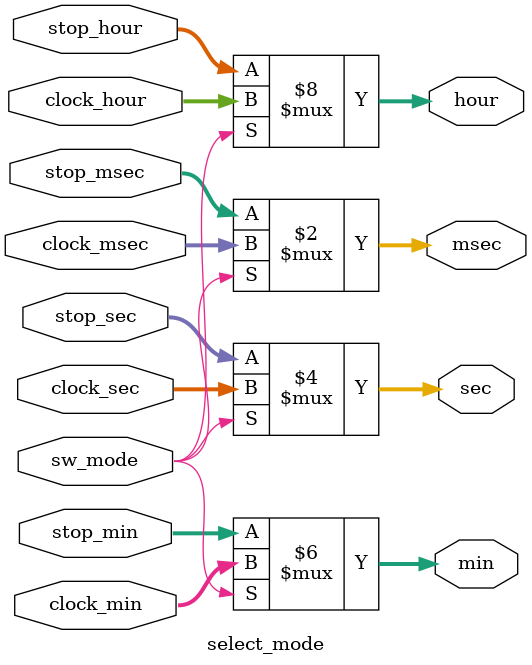
<source format=v>
`timescale 1ns / 1ps


module top_stopwatch_clock(
    input clk,rst,
    input [2:0] btn,
    input msec_min_mode, stopwatch_clock_mode,
    output [3:0] o_led,
    output [3:0] fnd_comm,
    output [7:0] fnd_font
    );

    wire w_btn_run, w_btn_clear, w_btn_sec, w_btn_min, w_btn_hour;

    wire [6:0] w_msec, w_stop_msec, w_clock_msec;
    wire [5:0] w_sec, w_min, w_stop_sec, w_stop_min, w_clock_sec, w_clock_min;
    wire [4:0] w_hour, w_stop_hour, w_clock_hour;




Top_button_Ctrl U_Top_Button_Ctrl(
    .sw_mode(stopwatch_clock_mode),
    .clk(clk),
    .rst(rst),
    .btn(btn),
    .btn_run(w_btn_run),
    .btn_clear(w_btn_clear),
    .btn_sec(w_btn_sec), 
    .btn_min(w_btn_min), 
    .btn_hour(w_btn_hour)
);
// 이상없음음


top_stopwatch U_Top_Stopwatch(
    .clk(clk),
    .rst(rst),
    .i_btn_clear(w_btn_clear),
    .i_btn_run(w_btn_run),
    .msec(w_stop_msec),
    .sec(w_stop_sec),
    .min(w_stop_min),
    .hour(w_stop_hour)
    );

top_clock U_Top_Clock(
    .clk(clk),
    .rst(rst),
    .btn_hour(w_btn_hour),
    .btn_min(w_btn_min),
    .btn_sec(w_btn_sec),
    .o_msec(w_clock_msec),
    .o_sec(w_clock_sec), 
    .o_min(w_clock_min),
    .o_hour(w_clock_hour)
    );



select_mode U_Select_Mode(
    .sw_mode(stopwatch_clock_mode), 
    .stop_msec(w_stop_msec),
    .stop_sec(w_stop_sec), 
    .stop_min(w_stop_min), 
    .stop_hour(w_stop_hour), 
    .clock_msec(w_clock_msec),
    .clock_sec(w_clock_sec),
    .clock_min(w_clock_min),
    .clock_hour(w_clock_hour),
    .msec(w_msec),
    .sec(w_sec),
    .min(w_min),
    .hour(w_hour)
);




fnd_controller U_Fnd_Ctrl(
    .clk(clk), 
    .rst(rst), 
    .sw_mode(msec_min_mode),
    .msec(w_msec), 
    .sec(w_sec), 
    .min(w_min), 
    .hour(w_hour), 
    .fnd_font(fnd_font), 
    .fnd_comm(fnd_comm)
);

LED_Indicator U_LED_Indicator(
    .sw_mode({stopwatch_clock_mode, msec_min_mode}),
    .led(o_led)
    );


endmodule


module select_mode(
    input sw_mode, 
    input [6:0] stop_msec, clock_msec,
    input [5:0] stop_sec, clock_sec,
    input [5:0] stop_min, clock_min,
    input [4:0] stop_hour, clock_hour,
    output [6:0]msec,
    output [5:0]sec,min,
    output [4:0]hour
);

    assign msec = (sw_mode==1'b0) ? stop_msec : clock_msec;
    assign sec = (sw_mode==1'b0) ? stop_sec : clock_sec;
    assign min = (sw_mode==1'b0) ? stop_min : clock_min;
    assign hour = (sw_mode==1'b0) ? stop_hour : clock_hour;
    

    
endmodule








/* 래치생김 
    always @(*) begin
        btn_

        if(sw_mode) begin
            btn_run = btn[2];
            btn_clear = btn[0];
        end
        else begin
            btn_sec = btn[2];
            btn_min = btn[1];
            btn_hour = btn[0];
        end
        
    end
*/

</source>
